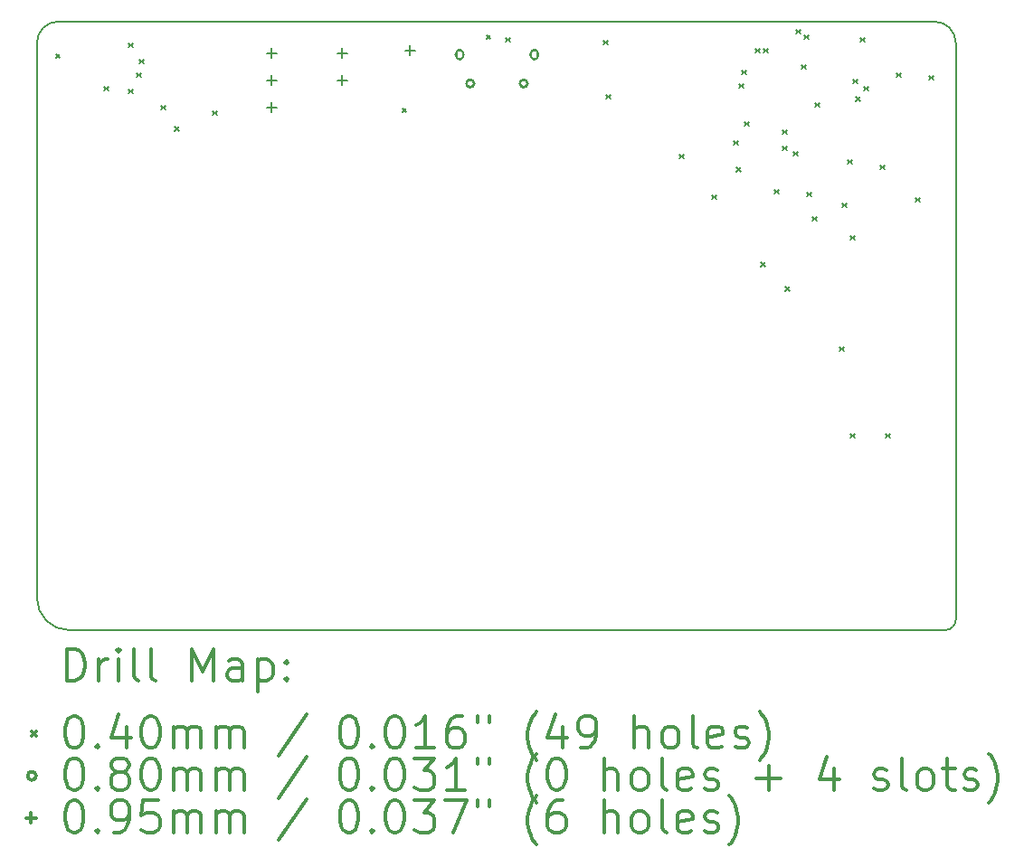
<source format=gbr>
%FSLAX45Y45*%
G04 Gerber Fmt 4.5, Leading zero omitted, Abs format (unit mm)*
G04 Created by KiCad (PCBNEW (5.0.1-3-g963ef8bb5)) date Friday, 07 December 2018 at 09:48:50*
%MOMM*%
%LPD*%
G01*
G04 APERTURE LIST*
%ADD10C,0.150000*%
%ADD11C,0.200000*%
%ADD12C,0.300000*%
G04 APERTURE END LIST*
D10*
X11924500Y-12519900D02*
G75*
G03X12224500Y-12819900I300000J0D01*
G01*
X20424500Y-12819900D02*
G75*
G03X20524500Y-12719900I0J100000D01*
G01*
X20424500Y-12819900D02*
X12224500Y-12819900D01*
X20524500Y-7319900D02*
X20524500Y-12719900D01*
X20324500Y-7119900D02*
X12124500Y-7119900D01*
X20524500Y-7319900D02*
G75*
G03X20324500Y-7119900I-200000J0D01*
G01*
X11924500Y-12519900D02*
X11924500Y-7319900D01*
X12124500Y-7119900D02*
G75*
G03X11924500Y-7319900I0J-200000D01*
G01*
D11*
X12100200Y-7422200D02*
X12140200Y-7462200D01*
X12140200Y-7422200D02*
X12100200Y-7462200D01*
X12553000Y-7727000D02*
X12593000Y-7767000D01*
X12593000Y-7727000D02*
X12553000Y-7767000D01*
X12781600Y-7320600D02*
X12821600Y-7360600D01*
X12821600Y-7320600D02*
X12781600Y-7360600D01*
X12781600Y-7752400D02*
X12821600Y-7792400D01*
X12821600Y-7752400D02*
X12781600Y-7792400D01*
X12857800Y-7600000D02*
X12897800Y-7640000D01*
X12897800Y-7600000D02*
X12857800Y-7640000D01*
X12883200Y-7473000D02*
X12923200Y-7513000D01*
X12923200Y-7473000D02*
X12883200Y-7513000D01*
X13086400Y-7904800D02*
X13126400Y-7944800D01*
X13126400Y-7904800D02*
X13086400Y-7944800D01*
X13213400Y-8103600D02*
X13253400Y-8143600D01*
X13253400Y-8103600D02*
X13213400Y-8143600D01*
X13569000Y-7955600D02*
X13609000Y-7995600D01*
X13609000Y-7955600D02*
X13569000Y-7995600D01*
X15343000Y-7930200D02*
X15383000Y-7970200D01*
X15383000Y-7930200D02*
X15343000Y-7970200D01*
X16130000Y-7245000D02*
X16170000Y-7285000D01*
X16170000Y-7245000D02*
X16130000Y-7285000D01*
X16312200Y-7269800D02*
X16352200Y-7309800D01*
X16352200Y-7269800D02*
X16312200Y-7309800D01*
X17226600Y-7295200D02*
X17266600Y-7335200D01*
X17266600Y-7295200D02*
X17226600Y-7335200D01*
X17252000Y-7803200D02*
X17292000Y-7843200D01*
X17292000Y-7803200D02*
X17252000Y-7843200D01*
X17937800Y-8362000D02*
X17977800Y-8402000D01*
X17977800Y-8362000D02*
X17937800Y-8402000D01*
X18242600Y-8743000D02*
X18282600Y-8783000D01*
X18282600Y-8743000D02*
X18242600Y-8783000D01*
X18445800Y-8235000D02*
X18485800Y-8275000D01*
X18485800Y-8235000D02*
X18445800Y-8275000D01*
X18471200Y-8484600D02*
X18511200Y-8524600D01*
X18511200Y-8484600D02*
X18471200Y-8524600D01*
X18496600Y-7701600D02*
X18536600Y-7741600D01*
X18536600Y-7701600D02*
X18496600Y-7741600D01*
X18522000Y-7574600D02*
X18562000Y-7614600D01*
X18562000Y-7574600D02*
X18522000Y-7614600D01*
X18547400Y-8057200D02*
X18587400Y-8097200D01*
X18587400Y-8057200D02*
X18547400Y-8097200D01*
X18649000Y-7371400D02*
X18689000Y-7411400D01*
X18689000Y-7371400D02*
X18649000Y-7411400D01*
X18701000Y-9376000D02*
X18741000Y-9416000D01*
X18741000Y-9376000D02*
X18701000Y-9416000D01*
X18725200Y-7371400D02*
X18765200Y-7411400D01*
X18765200Y-7371400D02*
X18725200Y-7411400D01*
X18826800Y-8692200D02*
X18866800Y-8732200D01*
X18866800Y-8692200D02*
X18826800Y-8732200D01*
X18903000Y-8133400D02*
X18943000Y-8173400D01*
X18943000Y-8133400D02*
X18903000Y-8173400D01*
X18903000Y-8285800D02*
X18943000Y-8325800D01*
X18943000Y-8285800D02*
X18903000Y-8325800D01*
X18930000Y-9603000D02*
X18970000Y-9643000D01*
X18970000Y-9603000D02*
X18930000Y-9643000D01*
X19004600Y-8336600D02*
X19044600Y-8376600D01*
X19044600Y-8336600D02*
X19004600Y-8376600D01*
X19030000Y-7193600D02*
X19070000Y-7233600D01*
X19070000Y-7193600D02*
X19030000Y-7233600D01*
X19080800Y-7523800D02*
X19120800Y-7563800D01*
X19120800Y-7523800D02*
X19080800Y-7563800D01*
X19106200Y-7244400D02*
X19146200Y-7284400D01*
X19146200Y-7244400D02*
X19106200Y-7284400D01*
X19131600Y-8717600D02*
X19171600Y-8757600D01*
X19171600Y-8717600D02*
X19131600Y-8757600D01*
X19182400Y-8946200D02*
X19222400Y-8986200D01*
X19222400Y-8946200D02*
X19182400Y-8986200D01*
X19207800Y-7879400D02*
X19247800Y-7919400D01*
X19247800Y-7879400D02*
X19207800Y-7919400D01*
X19436400Y-10165400D02*
X19476400Y-10205400D01*
X19476400Y-10165400D02*
X19436400Y-10205400D01*
X19461800Y-8819200D02*
X19501800Y-8859200D01*
X19501800Y-8819200D02*
X19461800Y-8859200D01*
X19512600Y-8412800D02*
X19552600Y-8452800D01*
X19552600Y-8412800D02*
X19512600Y-8452800D01*
X19538000Y-9124000D02*
X19578000Y-9164000D01*
X19578000Y-9124000D02*
X19538000Y-9164000D01*
X19538000Y-10978200D02*
X19578000Y-11018200D01*
X19578000Y-10978200D02*
X19538000Y-11018200D01*
X19563400Y-7661000D02*
X19603400Y-7701000D01*
X19603400Y-7661000D02*
X19563400Y-7701000D01*
X19588800Y-7824200D02*
X19628800Y-7864200D01*
X19628800Y-7824200D02*
X19588800Y-7864200D01*
X19633200Y-7269800D02*
X19673200Y-7309800D01*
X19673200Y-7269800D02*
X19633200Y-7309800D01*
X19665000Y-7727000D02*
X19705000Y-7767000D01*
X19705000Y-7727000D02*
X19665000Y-7767000D01*
X19817400Y-8463600D02*
X19857400Y-8503600D01*
X19857400Y-8463600D02*
X19817400Y-8503600D01*
X19868200Y-10978200D02*
X19908200Y-11018200D01*
X19908200Y-10978200D02*
X19868200Y-11018200D01*
X19969800Y-7600000D02*
X20009800Y-7640000D01*
X20009800Y-7600000D02*
X19969800Y-7640000D01*
X20147600Y-8768400D02*
X20187600Y-8808400D01*
X20187600Y-8768400D02*
X20147600Y-8808400D01*
X20274600Y-7625400D02*
X20314600Y-7665400D01*
X20314600Y-7625400D02*
X20274600Y-7665400D01*
X15920510Y-7430054D02*
G75*
G03X15920510Y-7430054I-40000J0D01*
G01*
X15850510Y-7412554D02*
X15850510Y-7447554D01*
X15910510Y-7412554D02*
X15910510Y-7447554D01*
X15850510Y-7447554D02*
G75*
G03X15910510Y-7447554I30000J0D01*
G01*
X15910510Y-7412554D02*
G75*
G03X15850510Y-7412554I-30000J0D01*
G01*
X16020510Y-7700054D02*
G75*
G03X16020510Y-7700054I-40000J0D01*
G01*
X15983010Y-7670054D02*
X15978010Y-7670054D01*
X15983010Y-7730054D02*
X15978010Y-7730054D01*
X15978010Y-7670054D02*
G75*
G03X15978010Y-7730054I0J-30000D01*
G01*
X15983010Y-7730054D02*
G75*
G03X15983010Y-7670054I0J30000D01*
G01*
X16520510Y-7700054D02*
G75*
G03X16520510Y-7700054I-40000J0D01*
G01*
X16483010Y-7670054D02*
X16478010Y-7670054D01*
X16483010Y-7730054D02*
X16478010Y-7730054D01*
X16478010Y-7670054D02*
G75*
G03X16478010Y-7730054I0J-30000D01*
G01*
X16483010Y-7730054D02*
G75*
G03X16483010Y-7670054I0J30000D01*
G01*
X16620510Y-7430054D02*
G75*
G03X16620510Y-7430054I-40000J0D01*
G01*
X16550510Y-7412554D02*
X16550510Y-7447554D01*
X16610510Y-7412554D02*
X16610510Y-7447554D01*
X16550510Y-7447554D02*
G75*
G03X16610510Y-7447554I30000J0D01*
G01*
X16610510Y-7412554D02*
G75*
G03X16550510Y-7412554I-30000J0D01*
G01*
X14782800Y-7369300D02*
X14782800Y-7464300D01*
X14735300Y-7416800D02*
X14830300Y-7416800D01*
X14782800Y-7623300D02*
X14782800Y-7718300D01*
X14735300Y-7670800D02*
X14830300Y-7670800D01*
X15417800Y-7343900D02*
X15417800Y-7438900D01*
X15370300Y-7391400D02*
X15465300Y-7391400D01*
X14122400Y-7369300D02*
X14122400Y-7464300D01*
X14074900Y-7416800D02*
X14169900Y-7416800D01*
X14122400Y-7623300D02*
X14122400Y-7718300D01*
X14074900Y-7670800D02*
X14169900Y-7670800D01*
X14122400Y-7877300D02*
X14122400Y-7972300D01*
X14074900Y-7924800D02*
X14169900Y-7924800D01*
D12*
X12203428Y-13293114D02*
X12203428Y-12993114D01*
X12274857Y-12993114D01*
X12317714Y-13007400D01*
X12346286Y-13035971D01*
X12360571Y-13064543D01*
X12374857Y-13121686D01*
X12374857Y-13164543D01*
X12360571Y-13221686D01*
X12346286Y-13250257D01*
X12317714Y-13278829D01*
X12274857Y-13293114D01*
X12203428Y-13293114D01*
X12503428Y-13293114D02*
X12503428Y-13093114D01*
X12503428Y-13150257D02*
X12517714Y-13121686D01*
X12532000Y-13107400D01*
X12560571Y-13093114D01*
X12589143Y-13093114D01*
X12689143Y-13293114D02*
X12689143Y-13093114D01*
X12689143Y-12993114D02*
X12674857Y-13007400D01*
X12689143Y-13021686D01*
X12703428Y-13007400D01*
X12689143Y-12993114D01*
X12689143Y-13021686D01*
X12874857Y-13293114D02*
X12846286Y-13278829D01*
X12832000Y-13250257D01*
X12832000Y-12993114D01*
X13032000Y-13293114D02*
X13003428Y-13278829D01*
X12989143Y-13250257D01*
X12989143Y-12993114D01*
X13374857Y-13293114D02*
X13374857Y-12993114D01*
X13474857Y-13207400D01*
X13574857Y-12993114D01*
X13574857Y-13293114D01*
X13846286Y-13293114D02*
X13846286Y-13135971D01*
X13832000Y-13107400D01*
X13803428Y-13093114D01*
X13746286Y-13093114D01*
X13717714Y-13107400D01*
X13846286Y-13278829D02*
X13817714Y-13293114D01*
X13746286Y-13293114D01*
X13717714Y-13278829D01*
X13703428Y-13250257D01*
X13703428Y-13221686D01*
X13717714Y-13193114D01*
X13746286Y-13178829D01*
X13817714Y-13178829D01*
X13846286Y-13164543D01*
X13989143Y-13093114D02*
X13989143Y-13393114D01*
X13989143Y-13107400D02*
X14017714Y-13093114D01*
X14074857Y-13093114D01*
X14103428Y-13107400D01*
X14117714Y-13121686D01*
X14132000Y-13150257D01*
X14132000Y-13235971D01*
X14117714Y-13264543D01*
X14103428Y-13278829D01*
X14074857Y-13293114D01*
X14017714Y-13293114D01*
X13989143Y-13278829D01*
X14260571Y-13264543D02*
X14274857Y-13278829D01*
X14260571Y-13293114D01*
X14246286Y-13278829D01*
X14260571Y-13264543D01*
X14260571Y-13293114D01*
X14260571Y-13107400D02*
X14274857Y-13121686D01*
X14260571Y-13135971D01*
X14246286Y-13121686D01*
X14260571Y-13107400D01*
X14260571Y-13135971D01*
X11877000Y-13767400D02*
X11917000Y-13807400D01*
X11917000Y-13767400D02*
X11877000Y-13807400D01*
X12260571Y-13623114D02*
X12289143Y-13623114D01*
X12317714Y-13637400D01*
X12332000Y-13651686D01*
X12346286Y-13680257D01*
X12360571Y-13737400D01*
X12360571Y-13808829D01*
X12346286Y-13865971D01*
X12332000Y-13894543D01*
X12317714Y-13908829D01*
X12289143Y-13923114D01*
X12260571Y-13923114D01*
X12232000Y-13908829D01*
X12217714Y-13894543D01*
X12203428Y-13865971D01*
X12189143Y-13808829D01*
X12189143Y-13737400D01*
X12203428Y-13680257D01*
X12217714Y-13651686D01*
X12232000Y-13637400D01*
X12260571Y-13623114D01*
X12489143Y-13894543D02*
X12503428Y-13908829D01*
X12489143Y-13923114D01*
X12474857Y-13908829D01*
X12489143Y-13894543D01*
X12489143Y-13923114D01*
X12760571Y-13723114D02*
X12760571Y-13923114D01*
X12689143Y-13608829D02*
X12617714Y-13823114D01*
X12803428Y-13823114D01*
X12974857Y-13623114D02*
X13003428Y-13623114D01*
X13032000Y-13637400D01*
X13046286Y-13651686D01*
X13060571Y-13680257D01*
X13074857Y-13737400D01*
X13074857Y-13808829D01*
X13060571Y-13865971D01*
X13046286Y-13894543D01*
X13032000Y-13908829D01*
X13003428Y-13923114D01*
X12974857Y-13923114D01*
X12946286Y-13908829D01*
X12932000Y-13894543D01*
X12917714Y-13865971D01*
X12903428Y-13808829D01*
X12903428Y-13737400D01*
X12917714Y-13680257D01*
X12932000Y-13651686D01*
X12946286Y-13637400D01*
X12974857Y-13623114D01*
X13203428Y-13923114D02*
X13203428Y-13723114D01*
X13203428Y-13751686D02*
X13217714Y-13737400D01*
X13246286Y-13723114D01*
X13289143Y-13723114D01*
X13317714Y-13737400D01*
X13332000Y-13765971D01*
X13332000Y-13923114D01*
X13332000Y-13765971D02*
X13346286Y-13737400D01*
X13374857Y-13723114D01*
X13417714Y-13723114D01*
X13446286Y-13737400D01*
X13460571Y-13765971D01*
X13460571Y-13923114D01*
X13603428Y-13923114D02*
X13603428Y-13723114D01*
X13603428Y-13751686D02*
X13617714Y-13737400D01*
X13646286Y-13723114D01*
X13689143Y-13723114D01*
X13717714Y-13737400D01*
X13732000Y-13765971D01*
X13732000Y-13923114D01*
X13732000Y-13765971D02*
X13746286Y-13737400D01*
X13774857Y-13723114D01*
X13817714Y-13723114D01*
X13846286Y-13737400D01*
X13860571Y-13765971D01*
X13860571Y-13923114D01*
X14446286Y-13608829D02*
X14189143Y-13994543D01*
X14832000Y-13623114D02*
X14860571Y-13623114D01*
X14889143Y-13637400D01*
X14903428Y-13651686D01*
X14917714Y-13680257D01*
X14932000Y-13737400D01*
X14932000Y-13808829D01*
X14917714Y-13865971D01*
X14903428Y-13894543D01*
X14889143Y-13908829D01*
X14860571Y-13923114D01*
X14832000Y-13923114D01*
X14803428Y-13908829D01*
X14789143Y-13894543D01*
X14774857Y-13865971D01*
X14760571Y-13808829D01*
X14760571Y-13737400D01*
X14774857Y-13680257D01*
X14789143Y-13651686D01*
X14803428Y-13637400D01*
X14832000Y-13623114D01*
X15060571Y-13894543D02*
X15074857Y-13908829D01*
X15060571Y-13923114D01*
X15046286Y-13908829D01*
X15060571Y-13894543D01*
X15060571Y-13923114D01*
X15260571Y-13623114D02*
X15289143Y-13623114D01*
X15317714Y-13637400D01*
X15332000Y-13651686D01*
X15346286Y-13680257D01*
X15360571Y-13737400D01*
X15360571Y-13808829D01*
X15346286Y-13865971D01*
X15332000Y-13894543D01*
X15317714Y-13908829D01*
X15289143Y-13923114D01*
X15260571Y-13923114D01*
X15232000Y-13908829D01*
X15217714Y-13894543D01*
X15203428Y-13865971D01*
X15189143Y-13808829D01*
X15189143Y-13737400D01*
X15203428Y-13680257D01*
X15217714Y-13651686D01*
X15232000Y-13637400D01*
X15260571Y-13623114D01*
X15646286Y-13923114D02*
X15474857Y-13923114D01*
X15560571Y-13923114D02*
X15560571Y-13623114D01*
X15532000Y-13665971D01*
X15503428Y-13694543D01*
X15474857Y-13708829D01*
X15903428Y-13623114D02*
X15846286Y-13623114D01*
X15817714Y-13637400D01*
X15803428Y-13651686D01*
X15774857Y-13694543D01*
X15760571Y-13751686D01*
X15760571Y-13865971D01*
X15774857Y-13894543D01*
X15789143Y-13908829D01*
X15817714Y-13923114D01*
X15874857Y-13923114D01*
X15903428Y-13908829D01*
X15917714Y-13894543D01*
X15932000Y-13865971D01*
X15932000Y-13794543D01*
X15917714Y-13765971D01*
X15903428Y-13751686D01*
X15874857Y-13737400D01*
X15817714Y-13737400D01*
X15789143Y-13751686D01*
X15774857Y-13765971D01*
X15760571Y-13794543D01*
X16046286Y-13623114D02*
X16046286Y-13680257D01*
X16160571Y-13623114D02*
X16160571Y-13680257D01*
X16603428Y-14037400D02*
X16589143Y-14023114D01*
X16560571Y-13980257D01*
X16546286Y-13951686D01*
X16532000Y-13908829D01*
X16517714Y-13837400D01*
X16517714Y-13780257D01*
X16532000Y-13708829D01*
X16546286Y-13665971D01*
X16560571Y-13637400D01*
X16589143Y-13594543D01*
X16603428Y-13580257D01*
X16846286Y-13723114D02*
X16846286Y-13923114D01*
X16774857Y-13608829D02*
X16703428Y-13823114D01*
X16889143Y-13823114D01*
X17017714Y-13923114D02*
X17074857Y-13923114D01*
X17103428Y-13908829D01*
X17117714Y-13894543D01*
X17146286Y-13851686D01*
X17160571Y-13794543D01*
X17160571Y-13680257D01*
X17146286Y-13651686D01*
X17132000Y-13637400D01*
X17103428Y-13623114D01*
X17046286Y-13623114D01*
X17017714Y-13637400D01*
X17003428Y-13651686D01*
X16989143Y-13680257D01*
X16989143Y-13751686D01*
X17003428Y-13780257D01*
X17017714Y-13794543D01*
X17046286Y-13808829D01*
X17103428Y-13808829D01*
X17132000Y-13794543D01*
X17146286Y-13780257D01*
X17160571Y-13751686D01*
X17517714Y-13923114D02*
X17517714Y-13623114D01*
X17646286Y-13923114D02*
X17646286Y-13765971D01*
X17632000Y-13737400D01*
X17603428Y-13723114D01*
X17560571Y-13723114D01*
X17532000Y-13737400D01*
X17517714Y-13751686D01*
X17832000Y-13923114D02*
X17803428Y-13908829D01*
X17789143Y-13894543D01*
X17774857Y-13865971D01*
X17774857Y-13780257D01*
X17789143Y-13751686D01*
X17803428Y-13737400D01*
X17832000Y-13723114D01*
X17874857Y-13723114D01*
X17903428Y-13737400D01*
X17917714Y-13751686D01*
X17932000Y-13780257D01*
X17932000Y-13865971D01*
X17917714Y-13894543D01*
X17903428Y-13908829D01*
X17874857Y-13923114D01*
X17832000Y-13923114D01*
X18103428Y-13923114D02*
X18074857Y-13908829D01*
X18060571Y-13880257D01*
X18060571Y-13623114D01*
X18332000Y-13908829D02*
X18303428Y-13923114D01*
X18246286Y-13923114D01*
X18217714Y-13908829D01*
X18203428Y-13880257D01*
X18203428Y-13765971D01*
X18217714Y-13737400D01*
X18246286Y-13723114D01*
X18303428Y-13723114D01*
X18332000Y-13737400D01*
X18346286Y-13765971D01*
X18346286Y-13794543D01*
X18203428Y-13823114D01*
X18460571Y-13908829D02*
X18489143Y-13923114D01*
X18546286Y-13923114D01*
X18574857Y-13908829D01*
X18589143Y-13880257D01*
X18589143Y-13865971D01*
X18574857Y-13837400D01*
X18546286Y-13823114D01*
X18503428Y-13823114D01*
X18474857Y-13808829D01*
X18460571Y-13780257D01*
X18460571Y-13765971D01*
X18474857Y-13737400D01*
X18503428Y-13723114D01*
X18546286Y-13723114D01*
X18574857Y-13737400D01*
X18689143Y-14037400D02*
X18703428Y-14023114D01*
X18732000Y-13980257D01*
X18746286Y-13951686D01*
X18760571Y-13908829D01*
X18774857Y-13837400D01*
X18774857Y-13780257D01*
X18760571Y-13708829D01*
X18746286Y-13665971D01*
X18732000Y-13637400D01*
X18703428Y-13594543D01*
X18689143Y-13580257D01*
X11917000Y-14183400D02*
G75*
G03X11917000Y-14183400I-40000J0D01*
G01*
X12260571Y-14019114D02*
X12289143Y-14019114D01*
X12317714Y-14033400D01*
X12332000Y-14047686D01*
X12346286Y-14076257D01*
X12360571Y-14133400D01*
X12360571Y-14204829D01*
X12346286Y-14261971D01*
X12332000Y-14290543D01*
X12317714Y-14304829D01*
X12289143Y-14319114D01*
X12260571Y-14319114D01*
X12232000Y-14304829D01*
X12217714Y-14290543D01*
X12203428Y-14261971D01*
X12189143Y-14204829D01*
X12189143Y-14133400D01*
X12203428Y-14076257D01*
X12217714Y-14047686D01*
X12232000Y-14033400D01*
X12260571Y-14019114D01*
X12489143Y-14290543D02*
X12503428Y-14304829D01*
X12489143Y-14319114D01*
X12474857Y-14304829D01*
X12489143Y-14290543D01*
X12489143Y-14319114D01*
X12674857Y-14147686D02*
X12646286Y-14133400D01*
X12632000Y-14119114D01*
X12617714Y-14090543D01*
X12617714Y-14076257D01*
X12632000Y-14047686D01*
X12646286Y-14033400D01*
X12674857Y-14019114D01*
X12732000Y-14019114D01*
X12760571Y-14033400D01*
X12774857Y-14047686D01*
X12789143Y-14076257D01*
X12789143Y-14090543D01*
X12774857Y-14119114D01*
X12760571Y-14133400D01*
X12732000Y-14147686D01*
X12674857Y-14147686D01*
X12646286Y-14161971D01*
X12632000Y-14176257D01*
X12617714Y-14204829D01*
X12617714Y-14261971D01*
X12632000Y-14290543D01*
X12646286Y-14304829D01*
X12674857Y-14319114D01*
X12732000Y-14319114D01*
X12760571Y-14304829D01*
X12774857Y-14290543D01*
X12789143Y-14261971D01*
X12789143Y-14204829D01*
X12774857Y-14176257D01*
X12760571Y-14161971D01*
X12732000Y-14147686D01*
X12974857Y-14019114D02*
X13003428Y-14019114D01*
X13032000Y-14033400D01*
X13046286Y-14047686D01*
X13060571Y-14076257D01*
X13074857Y-14133400D01*
X13074857Y-14204829D01*
X13060571Y-14261971D01*
X13046286Y-14290543D01*
X13032000Y-14304829D01*
X13003428Y-14319114D01*
X12974857Y-14319114D01*
X12946286Y-14304829D01*
X12932000Y-14290543D01*
X12917714Y-14261971D01*
X12903428Y-14204829D01*
X12903428Y-14133400D01*
X12917714Y-14076257D01*
X12932000Y-14047686D01*
X12946286Y-14033400D01*
X12974857Y-14019114D01*
X13203428Y-14319114D02*
X13203428Y-14119114D01*
X13203428Y-14147686D02*
X13217714Y-14133400D01*
X13246286Y-14119114D01*
X13289143Y-14119114D01*
X13317714Y-14133400D01*
X13332000Y-14161971D01*
X13332000Y-14319114D01*
X13332000Y-14161971D02*
X13346286Y-14133400D01*
X13374857Y-14119114D01*
X13417714Y-14119114D01*
X13446286Y-14133400D01*
X13460571Y-14161971D01*
X13460571Y-14319114D01*
X13603428Y-14319114D02*
X13603428Y-14119114D01*
X13603428Y-14147686D02*
X13617714Y-14133400D01*
X13646286Y-14119114D01*
X13689143Y-14119114D01*
X13717714Y-14133400D01*
X13732000Y-14161971D01*
X13732000Y-14319114D01*
X13732000Y-14161971D02*
X13746286Y-14133400D01*
X13774857Y-14119114D01*
X13817714Y-14119114D01*
X13846286Y-14133400D01*
X13860571Y-14161971D01*
X13860571Y-14319114D01*
X14446286Y-14004829D02*
X14189143Y-14390543D01*
X14832000Y-14019114D02*
X14860571Y-14019114D01*
X14889143Y-14033400D01*
X14903428Y-14047686D01*
X14917714Y-14076257D01*
X14932000Y-14133400D01*
X14932000Y-14204829D01*
X14917714Y-14261971D01*
X14903428Y-14290543D01*
X14889143Y-14304829D01*
X14860571Y-14319114D01*
X14832000Y-14319114D01*
X14803428Y-14304829D01*
X14789143Y-14290543D01*
X14774857Y-14261971D01*
X14760571Y-14204829D01*
X14760571Y-14133400D01*
X14774857Y-14076257D01*
X14789143Y-14047686D01*
X14803428Y-14033400D01*
X14832000Y-14019114D01*
X15060571Y-14290543D02*
X15074857Y-14304829D01*
X15060571Y-14319114D01*
X15046286Y-14304829D01*
X15060571Y-14290543D01*
X15060571Y-14319114D01*
X15260571Y-14019114D02*
X15289143Y-14019114D01*
X15317714Y-14033400D01*
X15332000Y-14047686D01*
X15346286Y-14076257D01*
X15360571Y-14133400D01*
X15360571Y-14204829D01*
X15346286Y-14261971D01*
X15332000Y-14290543D01*
X15317714Y-14304829D01*
X15289143Y-14319114D01*
X15260571Y-14319114D01*
X15232000Y-14304829D01*
X15217714Y-14290543D01*
X15203428Y-14261971D01*
X15189143Y-14204829D01*
X15189143Y-14133400D01*
X15203428Y-14076257D01*
X15217714Y-14047686D01*
X15232000Y-14033400D01*
X15260571Y-14019114D01*
X15460571Y-14019114D02*
X15646286Y-14019114D01*
X15546286Y-14133400D01*
X15589143Y-14133400D01*
X15617714Y-14147686D01*
X15632000Y-14161971D01*
X15646286Y-14190543D01*
X15646286Y-14261971D01*
X15632000Y-14290543D01*
X15617714Y-14304829D01*
X15589143Y-14319114D01*
X15503428Y-14319114D01*
X15474857Y-14304829D01*
X15460571Y-14290543D01*
X15932000Y-14319114D02*
X15760571Y-14319114D01*
X15846286Y-14319114D02*
X15846286Y-14019114D01*
X15817714Y-14061971D01*
X15789143Y-14090543D01*
X15760571Y-14104829D01*
X16046286Y-14019114D02*
X16046286Y-14076257D01*
X16160571Y-14019114D02*
X16160571Y-14076257D01*
X16603428Y-14433400D02*
X16589143Y-14419114D01*
X16560571Y-14376257D01*
X16546286Y-14347686D01*
X16532000Y-14304829D01*
X16517714Y-14233400D01*
X16517714Y-14176257D01*
X16532000Y-14104829D01*
X16546286Y-14061971D01*
X16560571Y-14033400D01*
X16589143Y-13990543D01*
X16603428Y-13976257D01*
X16774857Y-14019114D02*
X16803428Y-14019114D01*
X16832000Y-14033400D01*
X16846286Y-14047686D01*
X16860571Y-14076257D01*
X16874857Y-14133400D01*
X16874857Y-14204829D01*
X16860571Y-14261971D01*
X16846286Y-14290543D01*
X16832000Y-14304829D01*
X16803428Y-14319114D01*
X16774857Y-14319114D01*
X16746286Y-14304829D01*
X16732000Y-14290543D01*
X16717714Y-14261971D01*
X16703428Y-14204829D01*
X16703428Y-14133400D01*
X16717714Y-14076257D01*
X16732000Y-14047686D01*
X16746286Y-14033400D01*
X16774857Y-14019114D01*
X17232000Y-14319114D02*
X17232000Y-14019114D01*
X17360571Y-14319114D02*
X17360571Y-14161971D01*
X17346286Y-14133400D01*
X17317714Y-14119114D01*
X17274857Y-14119114D01*
X17246286Y-14133400D01*
X17232000Y-14147686D01*
X17546286Y-14319114D02*
X17517714Y-14304829D01*
X17503428Y-14290543D01*
X17489143Y-14261971D01*
X17489143Y-14176257D01*
X17503428Y-14147686D01*
X17517714Y-14133400D01*
X17546286Y-14119114D01*
X17589143Y-14119114D01*
X17617714Y-14133400D01*
X17632000Y-14147686D01*
X17646286Y-14176257D01*
X17646286Y-14261971D01*
X17632000Y-14290543D01*
X17617714Y-14304829D01*
X17589143Y-14319114D01*
X17546286Y-14319114D01*
X17817714Y-14319114D02*
X17789143Y-14304829D01*
X17774857Y-14276257D01*
X17774857Y-14019114D01*
X18046286Y-14304829D02*
X18017714Y-14319114D01*
X17960571Y-14319114D01*
X17932000Y-14304829D01*
X17917714Y-14276257D01*
X17917714Y-14161971D01*
X17932000Y-14133400D01*
X17960571Y-14119114D01*
X18017714Y-14119114D01*
X18046286Y-14133400D01*
X18060571Y-14161971D01*
X18060571Y-14190543D01*
X17917714Y-14219114D01*
X18174857Y-14304829D02*
X18203428Y-14319114D01*
X18260571Y-14319114D01*
X18289143Y-14304829D01*
X18303428Y-14276257D01*
X18303428Y-14261971D01*
X18289143Y-14233400D01*
X18260571Y-14219114D01*
X18217714Y-14219114D01*
X18189143Y-14204829D01*
X18174857Y-14176257D01*
X18174857Y-14161971D01*
X18189143Y-14133400D01*
X18217714Y-14119114D01*
X18260571Y-14119114D01*
X18289143Y-14133400D01*
X18660571Y-14204829D02*
X18889143Y-14204829D01*
X18774857Y-14319114D02*
X18774857Y-14090543D01*
X19389143Y-14119114D02*
X19389143Y-14319114D01*
X19317714Y-14004829D02*
X19246286Y-14219114D01*
X19432000Y-14219114D01*
X19760571Y-14304829D02*
X19789143Y-14319114D01*
X19846286Y-14319114D01*
X19874857Y-14304829D01*
X19889143Y-14276257D01*
X19889143Y-14261971D01*
X19874857Y-14233400D01*
X19846286Y-14219114D01*
X19803428Y-14219114D01*
X19774857Y-14204829D01*
X19760571Y-14176257D01*
X19760571Y-14161971D01*
X19774857Y-14133400D01*
X19803428Y-14119114D01*
X19846286Y-14119114D01*
X19874857Y-14133400D01*
X20060571Y-14319114D02*
X20032000Y-14304829D01*
X20017714Y-14276257D01*
X20017714Y-14019114D01*
X20217714Y-14319114D02*
X20189143Y-14304829D01*
X20174857Y-14290543D01*
X20160571Y-14261971D01*
X20160571Y-14176257D01*
X20174857Y-14147686D01*
X20189143Y-14133400D01*
X20217714Y-14119114D01*
X20260571Y-14119114D01*
X20289143Y-14133400D01*
X20303428Y-14147686D01*
X20317714Y-14176257D01*
X20317714Y-14261971D01*
X20303428Y-14290543D01*
X20289143Y-14304829D01*
X20260571Y-14319114D01*
X20217714Y-14319114D01*
X20403428Y-14119114D02*
X20517714Y-14119114D01*
X20446286Y-14019114D02*
X20446286Y-14276257D01*
X20460571Y-14304829D01*
X20489143Y-14319114D01*
X20517714Y-14319114D01*
X20603428Y-14304829D02*
X20632000Y-14319114D01*
X20689143Y-14319114D01*
X20717714Y-14304829D01*
X20732000Y-14276257D01*
X20732000Y-14261971D01*
X20717714Y-14233400D01*
X20689143Y-14219114D01*
X20646286Y-14219114D01*
X20617714Y-14204829D01*
X20603428Y-14176257D01*
X20603428Y-14161971D01*
X20617714Y-14133400D01*
X20646286Y-14119114D01*
X20689143Y-14119114D01*
X20717714Y-14133400D01*
X20832000Y-14433400D02*
X20846286Y-14419114D01*
X20874857Y-14376257D01*
X20889143Y-14347686D01*
X20903428Y-14304829D01*
X20917714Y-14233400D01*
X20917714Y-14176257D01*
X20903428Y-14104829D01*
X20889143Y-14061971D01*
X20874857Y-14033400D01*
X20846286Y-13990543D01*
X20832000Y-13976257D01*
X11869500Y-14531900D02*
X11869500Y-14626900D01*
X11822000Y-14579400D02*
X11917000Y-14579400D01*
X12260571Y-14415114D02*
X12289143Y-14415114D01*
X12317714Y-14429400D01*
X12332000Y-14443686D01*
X12346286Y-14472257D01*
X12360571Y-14529400D01*
X12360571Y-14600829D01*
X12346286Y-14657971D01*
X12332000Y-14686543D01*
X12317714Y-14700829D01*
X12289143Y-14715114D01*
X12260571Y-14715114D01*
X12232000Y-14700829D01*
X12217714Y-14686543D01*
X12203428Y-14657971D01*
X12189143Y-14600829D01*
X12189143Y-14529400D01*
X12203428Y-14472257D01*
X12217714Y-14443686D01*
X12232000Y-14429400D01*
X12260571Y-14415114D01*
X12489143Y-14686543D02*
X12503428Y-14700829D01*
X12489143Y-14715114D01*
X12474857Y-14700829D01*
X12489143Y-14686543D01*
X12489143Y-14715114D01*
X12646286Y-14715114D02*
X12703428Y-14715114D01*
X12732000Y-14700829D01*
X12746286Y-14686543D01*
X12774857Y-14643686D01*
X12789143Y-14586543D01*
X12789143Y-14472257D01*
X12774857Y-14443686D01*
X12760571Y-14429400D01*
X12732000Y-14415114D01*
X12674857Y-14415114D01*
X12646286Y-14429400D01*
X12632000Y-14443686D01*
X12617714Y-14472257D01*
X12617714Y-14543686D01*
X12632000Y-14572257D01*
X12646286Y-14586543D01*
X12674857Y-14600829D01*
X12732000Y-14600829D01*
X12760571Y-14586543D01*
X12774857Y-14572257D01*
X12789143Y-14543686D01*
X13060571Y-14415114D02*
X12917714Y-14415114D01*
X12903428Y-14557971D01*
X12917714Y-14543686D01*
X12946286Y-14529400D01*
X13017714Y-14529400D01*
X13046286Y-14543686D01*
X13060571Y-14557971D01*
X13074857Y-14586543D01*
X13074857Y-14657971D01*
X13060571Y-14686543D01*
X13046286Y-14700829D01*
X13017714Y-14715114D01*
X12946286Y-14715114D01*
X12917714Y-14700829D01*
X12903428Y-14686543D01*
X13203428Y-14715114D02*
X13203428Y-14515114D01*
X13203428Y-14543686D02*
X13217714Y-14529400D01*
X13246286Y-14515114D01*
X13289143Y-14515114D01*
X13317714Y-14529400D01*
X13332000Y-14557971D01*
X13332000Y-14715114D01*
X13332000Y-14557971D02*
X13346286Y-14529400D01*
X13374857Y-14515114D01*
X13417714Y-14515114D01*
X13446286Y-14529400D01*
X13460571Y-14557971D01*
X13460571Y-14715114D01*
X13603428Y-14715114D02*
X13603428Y-14515114D01*
X13603428Y-14543686D02*
X13617714Y-14529400D01*
X13646286Y-14515114D01*
X13689143Y-14515114D01*
X13717714Y-14529400D01*
X13732000Y-14557971D01*
X13732000Y-14715114D01*
X13732000Y-14557971D02*
X13746286Y-14529400D01*
X13774857Y-14515114D01*
X13817714Y-14515114D01*
X13846286Y-14529400D01*
X13860571Y-14557971D01*
X13860571Y-14715114D01*
X14446286Y-14400829D02*
X14189143Y-14786543D01*
X14832000Y-14415114D02*
X14860571Y-14415114D01*
X14889143Y-14429400D01*
X14903428Y-14443686D01*
X14917714Y-14472257D01*
X14932000Y-14529400D01*
X14932000Y-14600829D01*
X14917714Y-14657971D01*
X14903428Y-14686543D01*
X14889143Y-14700829D01*
X14860571Y-14715114D01*
X14832000Y-14715114D01*
X14803428Y-14700829D01*
X14789143Y-14686543D01*
X14774857Y-14657971D01*
X14760571Y-14600829D01*
X14760571Y-14529400D01*
X14774857Y-14472257D01*
X14789143Y-14443686D01*
X14803428Y-14429400D01*
X14832000Y-14415114D01*
X15060571Y-14686543D02*
X15074857Y-14700829D01*
X15060571Y-14715114D01*
X15046286Y-14700829D01*
X15060571Y-14686543D01*
X15060571Y-14715114D01*
X15260571Y-14415114D02*
X15289143Y-14415114D01*
X15317714Y-14429400D01*
X15332000Y-14443686D01*
X15346286Y-14472257D01*
X15360571Y-14529400D01*
X15360571Y-14600829D01*
X15346286Y-14657971D01*
X15332000Y-14686543D01*
X15317714Y-14700829D01*
X15289143Y-14715114D01*
X15260571Y-14715114D01*
X15232000Y-14700829D01*
X15217714Y-14686543D01*
X15203428Y-14657971D01*
X15189143Y-14600829D01*
X15189143Y-14529400D01*
X15203428Y-14472257D01*
X15217714Y-14443686D01*
X15232000Y-14429400D01*
X15260571Y-14415114D01*
X15460571Y-14415114D02*
X15646286Y-14415114D01*
X15546286Y-14529400D01*
X15589143Y-14529400D01*
X15617714Y-14543686D01*
X15632000Y-14557971D01*
X15646286Y-14586543D01*
X15646286Y-14657971D01*
X15632000Y-14686543D01*
X15617714Y-14700829D01*
X15589143Y-14715114D01*
X15503428Y-14715114D01*
X15474857Y-14700829D01*
X15460571Y-14686543D01*
X15746286Y-14415114D02*
X15946286Y-14415114D01*
X15817714Y-14715114D01*
X16046286Y-14415114D02*
X16046286Y-14472257D01*
X16160571Y-14415114D02*
X16160571Y-14472257D01*
X16603428Y-14829400D02*
X16589143Y-14815114D01*
X16560571Y-14772257D01*
X16546286Y-14743686D01*
X16532000Y-14700829D01*
X16517714Y-14629400D01*
X16517714Y-14572257D01*
X16532000Y-14500829D01*
X16546286Y-14457971D01*
X16560571Y-14429400D01*
X16589143Y-14386543D01*
X16603428Y-14372257D01*
X16846286Y-14415114D02*
X16789143Y-14415114D01*
X16760571Y-14429400D01*
X16746286Y-14443686D01*
X16717714Y-14486543D01*
X16703428Y-14543686D01*
X16703428Y-14657971D01*
X16717714Y-14686543D01*
X16732000Y-14700829D01*
X16760571Y-14715114D01*
X16817714Y-14715114D01*
X16846286Y-14700829D01*
X16860571Y-14686543D01*
X16874857Y-14657971D01*
X16874857Y-14586543D01*
X16860571Y-14557971D01*
X16846286Y-14543686D01*
X16817714Y-14529400D01*
X16760571Y-14529400D01*
X16732000Y-14543686D01*
X16717714Y-14557971D01*
X16703428Y-14586543D01*
X17232000Y-14715114D02*
X17232000Y-14415114D01*
X17360571Y-14715114D02*
X17360571Y-14557971D01*
X17346286Y-14529400D01*
X17317714Y-14515114D01*
X17274857Y-14515114D01*
X17246286Y-14529400D01*
X17232000Y-14543686D01*
X17546286Y-14715114D02*
X17517714Y-14700829D01*
X17503428Y-14686543D01*
X17489143Y-14657971D01*
X17489143Y-14572257D01*
X17503428Y-14543686D01*
X17517714Y-14529400D01*
X17546286Y-14515114D01*
X17589143Y-14515114D01*
X17617714Y-14529400D01*
X17632000Y-14543686D01*
X17646286Y-14572257D01*
X17646286Y-14657971D01*
X17632000Y-14686543D01*
X17617714Y-14700829D01*
X17589143Y-14715114D01*
X17546286Y-14715114D01*
X17817714Y-14715114D02*
X17789143Y-14700829D01*
X17774857Y-14672257D01*
X17774857Y-14415114D01*
X18046286Y-14700829D02*
X18017714Y-14715114D01*
X17960571Y-14715114D01*
X17932000Y-14700829D01*
X17917714Y-14672257D01*
X17917714Y-14557971D01*
X17932000Y-14529400D01*
X17960571Y-14515114D01*
X18017714Y-14515114D01*
X18046286Y-14529400D01*
X18060571Y-14557971D01*
X18060571Y-14586543D01*
X17917714Y-14615114D01*
X18174857Y-14700829D02*
X18203428Y-14715114D01*
X18260571Y-14715114D01*
X18289143Y-14700829D01*
X18303428Y-14672257D01*
X18303428Y-14657971D01*
X18289143Y-14629400D01*
X18260571Y-14615114D01*
X18217714Y-14615114D01*
X18189143Y-14600829D01*
X18174857Y-14572257D01*
X18174857Y-14557971D01*
X18189143Y-14529400D01*
X18217714Y-14515114D01*
X18260571Y-14515114D01*
X18289143Y-14529400D01*
X18403428Y-14829400D02*
X18417714Y-14815114D01*
X18446286Y-14772257D01*
X18460571Y-14743686D01*
X18474857Y-14700829D01*
X18489143Y-14629400D01*
X18489143Y-14572257D01*
X18474857Y-14500829D01*
X18460571Y-14457971D01*
X18446286Y-14429400D01*
X18417714Y-14386543D01*
X18403428Y-14372257D01*
M02*

</source>
